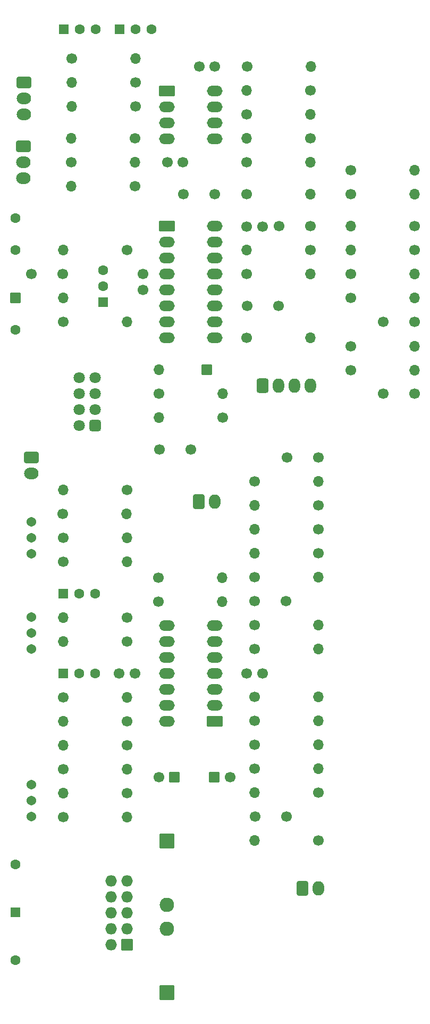
<source format=gbs>
G04 #@! TF.GenerationSoftware,KiCad,Pcbnew,6.0.5-a6ca702e91~116~ubuntu20.04.1*
G04 #@! TF.CreationDate,2022-06-23T09:18:34-04:00*
G04 #@! TF.ProjectId,sidekickvco_b1,73696465-6b69-4636-9b76-636f5f62312e,rev?*
G04 #@! TF.SameCoordinates,Original*
G04 #@! TF.FileFunction,Soldermask,Bot*
G04 #@! TF.FilePolarity,Negative*
%FSLAX46Y46*%
G04 Gerber Fmt 4.6, Leading zero omitted, Abs format (unit mm)*
G04 Created by KiCad (PCBNEW 6.0.5-a6ca702e91~116~ubuntu20.04.1) date 2022-06-23 09:18:34*
%MOMM*%
%LPD*%
G01*
G04 APERTURE LIST*
G04 Aperture macros list*
%AMRoundRect*
0 Rectangle with rounded corners*
0 $1 Rounding radius*
0 $2 $3 $4 $5 $6 $7 $8 $9 X,Y pos of 4 corners*
0 Add a 4 corners polygon primitive as box body*
4,1,4,$2,$3,$4,$5,$6,$7,$8,$9,$2,$3,0*
0 Add four circle primitives for the rounded corners*
1,1,$1+$1,$2,$3*
1,1,$1+$1,$4,$5*
1,1,$1+$1,$6,$7*
1,1,$1+$1,$8,$9*
0 Add four rect primitives between the rounded corners*
20,1,$1+$1,$2,$3,$4,$5,0*
20,1,$1+$1,$4,$5,$6,$7,0*
20,1,$1+$1,$6,$7,$8,$9,0*
20,1,$1+$1,$8,$9,$2,$3,0*%
G04 Aperture macros list end*
%ADD10C,1.700000*%
%ADD11O,1.700000X1.700000*%
%ADD12RoundRect,0.300000X-0.620000X-0.850000X0.620000X-0.850000X0.620000X0.850000X-0.620000X0.850000X0*%
%ADD13O,1.840000X2.300000*%
%ADD14RoundRect,0.300000X-0.850000X0.620000X-0.850000X-0.620000X0.850000X-0.620000X0.850000X0.620000X0*%
%ADD15O,2.300000X1.840000*%
%ADD16RoundRect,0.050000X0.750000X-0.750000X0.750000X0.750000X-0.750000X0.750000X-0.750000X-0.750000X0*%
%ADD17C,1.600000*%
%ADD18RoundRect,0.050000X-0.800000X-0.800000X0.800000X-0.800000X0.800000X0.800000X-0.800000X0.800000X0*%
%ADD19RoundRect,0.050000X1.100000X-1.100000X1.100000X1.100000X-1.100000X1.100000X-1.100000X-1.100000X0*%
%ADD20O,2.300000X2.300000*%
%ADD21RoundRect,0.300000X0.600000X0.600000X-0.600000X0.600000X-0.600000X-0.600000X0.600000X-0.600000X0*%
%ADD22C,1.800000*%
%ADD23RoundRect,0.050000X0.800000X0.800000X-0.800000X0.800000X-0.800000X-0.800000X0.800000X-0.800000X0*%
%ADD24RoundRect,0.300000X-0.620000X-0.845000X0.620000X-0.845000X0.620000X0.845000X-0.620000X0.845000X0*%
%ADD25O,1.840000X2.290000*%
%ADD26C,1.540000*%
%ADD27RoundRect,0.050000X0.863600X0.863600X-0.863600X0.863600X-0.863600X-0.863600X0.863600X-0.863600X0*%
%ADD28O,1.827200X1.827200*%
%ADD29RoundRect,0.050000X1.200000X0.800000X-1.200000X0.800000X-1.200000X-0.800000X1.200000X-0.800000X0*%
%ADD30O,2.500000X1.700000*%
%ADD31RoundRect,0.050000X-1.200000X-0.800000X1.200000X-0.800000X1.200000X0.800000X-1.200000X0.800000X0*%
%ADD32RoundRect,0.050000X0.750000X0.750000X-0.750000X0.750000X-0.750000X-0.750000X0.750000X-0.750000X0*%
%ADD33RoundRect,0.050000X-1.100000X1.100000X-1.100000X-1.100000X1.100000X-1.100000X1.100000X1.100000X0*%
G04 APERTURE END LIST*
D10*
G04 #@! TO.C,C17*
X155190000Y-148660000D03*
X150190000Y-148660000D03*
G04 #@! TD*
G04 #@! TO.C,R48*
X134790000Y-114380000D03*
D11*
X144950000Y-114380000D03*
G04 #@! TD*
D12*
G04 #@! TO.C,J5*
X141220000Y-98495000D03*
D13*
X143760000Y-98495000D03*
G04 #@! TD*
D10*
G04 #@! TO.C,R8*
X120900000Y-44520000D03*
D11*
X131060000Y-44520000D03*
G04 #@! TD*
D10*
G04 #@! TO.C,R21*
X148840000Y-72460000D03*
D11*
X159000000Y-72460000D03*
G04 #@! TD*
D14*
G04 #@! TO.C,J6*
X114540000Y-91510000D03*
D15*
X114540000Y-94050000D03*
G04 #@! TD*
D10*
G04 #@! TO.C,R15*
X148840000Y-62300000D03*
D11*
X159000000Y-62300000D03*
G04 #@! TD*
D10*
G04 #@! TO.C,R19*
X165430000Y-45790000D03*
D11*
X175590000Y-45790000D03*
G04 #@! TD*
D10*
G04 #@! TO.C,R1*
X131140000Y-35630000D03*
D11*
X120980000Y-35630000D03*
G04 #@! TD*
D10*
G04 #@! TO.C,R42*
X129790000Y-144860000D03*
D11*
X119630000Y-144860000D03*
G04 #@! TD*
D10*
G04 #@! TO.C,R22*
X145030000Y-85160000D03*
D11*
X134870000Y-85160000D03*
G04 #@! TD*
D10*
G04 #@! TO.C,R40*
X119630000Y-104220000D03*
D11*
X129790000Y-104220000D03*
G04 #@! TD*
D10*
G04 #@! TO.C,R6*
X150110000Y-95320000D03*
D11*
X160270000Y-95320000D03*
G04 #@! TD*
D10*
G04 #@! TO.C,R34*
X119630000Y-108030000D03*
D11*
X129790000Y-108030000D03*
G04 #@! TD*
D16*
G04 #@! TO.C,U4*
X119710000Y-23290000D03*
D17*
X122250000Y-23290000D03*
X124790000Y-23290000D03*
G04 #@! TD*
D10*
G04 #@! TO.C,R14*
X165430000Y-49600000D03*
D11*
X175590000Y-49600000D03*
G04 #@! TD*
D12*
G04 #@! TO.C,J7*
X157710000Y-160080000D03*
D13*
X160250000Y-160080000D03*
G04 #@! TD*
D10*
G04 #@! TO.C,R38*
X129790000Y-137240000D03*
D11*
X119630000Y-137240000D03*
G04 #@! TD*
D10*
G04 #@! TO.C,R20*
X134870000Y-81350000D03*
D11*
X145030000Y-81350000D03*
G04 #@! TD*
D10*
G04 #@! TO.C,R57*
X129790000Y-96600000D03*
D11*
X119630000Y-96600000D03*
G04 #@! TD*
D18*
G04 #@! TO.C,D2*
X112010000Y-66110000D03*
D11*
X119630000Y-66110000D03*
G04 #@! TD*
D10*
G04 #@! TO.C,C4*
X160270000Y-91510000D03*
X155270000Y-91510000D03*
G04 #@! TD*
D16*
G04 #@! TO.C,Q2*
X119630000Y-113110000D03*
D17*
X122170000Y-113110000D03*
X124710000Y-113110000D03*
G04 #@! TD*
D10*
G04 #@! TO.C,R53*
X160260000Y-106750000D03*
D11*
X150100000Y-106750000D03*
G04 #@! TD*
D10*
G04 #@! TO.C,R56*
X150100000Y-110560000D03*
D11*
X160260000Y-110560000D03*
G04 #@! TD*
D10*
G04 #@! TO.C,R28*
X175590000Y-54680000D03*
D11*
X165430000Y-54680000D03*
G04 #@! TD*
D10*
G04 #@! TO.C,R5*
X129790000Y-58490000D03*
D11*
X119630000Y-58490000D03*
G04 #@! TD*
D19*
G04 #@! TO.C,D4*
X136140000Y-176610000D03*
D20*
X136140000Y-166450000D03*
G04 #@! TD*
D21*
G04 #@! TO.C,J1*
X124710000Y-86430000D03*
D22*
X122170000Y-86430000D03*
X124710000Y-83890000D03*
X122170000Y-83890000D03*
X124710000Y-81350000D03*
X122170000Y-81350000D03*
X124710000Y-78810000D03*
X122170000Y-78810000D03*
G04 #@! TD*
D10*
G04 #@! TO.C,R45*
X150100000Y-121990000D03*
D11*
X160260000Y-121990000D03*
G04 #@! TD*
D10*
G04 #@! TO.C,C2*
X143750000Y-29280000D03*
X141250000Y-29280000D03*
G04 #@! TD*
G04 #@! TO.C,R18*
X165430000Y-62300000D03*
D11*
X175590000Y-62300000D03*
G04 #@! TD*
D10*
G04 #@! TO.C,R27*
X148840000Y-36900000D03*
D11*
X159000000Y-36900000D03*
G04 #@! TD*
D23*
G04 #@! TO.C,D1*
X142490000Y-77540000D03*
D11*
X134870000Y-77540000D03*
G04 #@! TD*
D10*
G04 #@! TO.C,C6*
X148840000Y-54690000D03*
X151340000Y-54690000D03*
G04 #@! TD*
G04 #@! TO.C,R51*
X134790000Y-110570000D03*
D11*
X144950000Y-110570000D03*
G04 #@! TD*
D10*
G04 #@! TO.C,C1*
X132330000Y-62300000D03*
X132330000Y-64800000D03*
G04 #@! TD*
G04 #@! TO.C,R59*
X160260000Y-102940000D03*
D11*
X150100000Y-102940000D03*
G04 #@! TD*
D10*
G04 #@! TO.C,R49*
X150100000Y-137230000D03*
D11*
X160260000Y-137230000D03*
G04 #@! TD*
D24*
G04 #@! TO.C,J4*
X151380000Y-80080000D03*
D25*
X153920000Y-80080000D03*
X156460000Y-80080000D03*
X159000000Y-80080000D03*
G04 #@! TD*
D16*
G04 #@! TO.C,Q1*
X119630000Y-125810000D03*
D17*
X122170000Y-125810000D03*
X124710000Y-125810000D03*
G04 #@! TD*
D14*
G04 #@! TO.C,J3*
X113340000Y-31820000D03*
D15*
X113340000Y-34360000D03*
X113340000Y-36900000D03*
G04 #@! TD*
D10*
G04 #@! TO.C,R23*
X148920000Y-29280000D03*
D11*
X159080000Y-29280000D03*
G04 #@! TD*
D10*
G04 #@! TO.C,C18*
X150100000Y-114370000D03*
X155100000Y-114370000D03*
G04 #@! TD*
G04 #@! TO.C,R50*
X160260000Y-99130000D03*
D11*
X150100000Y-99130000D03*
G04 #@! TD*
D10*
G04 #@! TO.C,R12*
X165430000Y-77550000D03*
D11*
X175590000Y-77550000D03*
G04 #@! TD*
D10*
G04 #@! TO.C,C10*
X175560000Y-69920000D03*
X170560000Y-69920000D03*
G04 #@! TD*
G04 #@! TO.C,R24*
X120980000Y-28010000D03*
D11*
X131140000Y-28010000D03*
G04 #@! TD*
D18*
G04 #@! TO.C,C13*
X143680000Y-142320000D03*
D10*
X146180000Y-142320000D03*
G04 #@! TD*
G04 #@! TO.C,R9*
X165430000Y-66110000D03*
D11*
X175590000Y-66110000D03*
G04 #@! TD*
D10*
G04 #@! TO.C,C12*
X114550000Y-62300000D03*
X119550000Y-62300000D03*
G04 #@! TD*
D26*
G04 #@! TO.C,RV7*
X114540000Y-121990000D03*
X114540000Y-119450000D03*
X114540000Y-116910000D03*
G04 #@! TD*
D27*
G04 #@! TO.C,J20*
X129790000Y-168990000D03*
D28*
X127250000Y-168990000D03*
X129790000Y-166450000D03*
X127250000Y-166450000D03*
X129790000Y-163910000D03*
X127250000Y-163910000D03*
X129790000Y-161370000D03*
X127250000Y-161370000D03*
X129790000Y-158830000D03*
X127250000Y-158830000D03*
G04 #@! TD*
D10*
G04 #@! TO.C,R36*
X129790000Y-133430000D03*
D11*
X119630000Y-133430000D03*
G04 #@! TD*
D10*
G04 #@! TO.C,R58*
X160260000Y-152470000D03*
D11*
X150100000Y-152470000D03*
G04 #@! TD*
D29*
G04 #@! TO.C,U6*
X143760000Y-133430000D03*
D30*
X143760000Y-130890000D03*
X143760000Y-128350000D03*
X143760000Y-125810000D03*
X143760000Y-123270000D03*
X143760000Y-120730000D03*
X143760000Y-118190000D03*
X136140000Y-118190000D03*
X136140000Y-120730000D03*
X136140000Y-123270000D03*
X136140000Y-125810000D03*
X136140000Y-128350000D03*
X136140000Y-130890000D03*
X136140000Y-133430000D03*
G04 #@! TD*
D26*
G04 #@! TO.C,RV6*
X114540000Y-106760000D03*
X114540000Y-104220000D03*
X114540000Y-101680000D03*
G04 #@! TD*
D14*
G04 #@! TO.C,J2*
X113280000Y-41980000D03*
D15*
X113280000Y-44520000D03*
X113280000Y-47060000D03*
G04 #@! TD*
D10*
G04 #@! TO.C,R37*
X129790000Y-116920000D03*
D11*
X119630000Y-116920000D03*
G04 #@! TD*
D10*
G04 #@! TO.C,R47*
X150100000Y-118180000D03*
D11*
X160260000Y-118180000D03*
G04 #@! TD*
D10*
G04 #@! TO.C,R46*
X150100000Y-133420000D03*
D11*
X160260000Y-133420000D03*
G04 #@! TD*
D10*
G04 #@! TO.C,C7*
X139910000Y-90240000D03*
X134910000Y-90240000D03*
G04 #@! TD*
G04 #@! TO.C,C5*
X143720000Y-49600000D03*
X138720000Y-49600000D03*
G04 #@! TD*
G04 #@! TO.C,C15*
X148840000Y-125810000D03*
X151340000Y-125810000D03*
G04 #@! TD*
G04 #@! TO.C,R54*
X119550000Y-100410000D03*
D11*
X129710000Y-100410000D03*
G04 #@! TD*
D10*
G04 #@! TO.C,R43*
X119630000Y-148670000D03*
D11*
X129790000Y-148670000D03*
G04 #@! TD*
D31*
G04 #@! TO.C,U2*
X136150000Y-54680000D03*
D30*
X136150000Y-57220000D03*
X136150000Y-59760000D03*
X136150000Y-62300000D03*
X136150000Y-64840000D03*
X136150000Y-67380000D03*
X136150000Y-69920000D03*
X136150000Y-72460000D03*
X143770000Y-72460000D03*
X143770000Y-69920000D03*
X143770000Y-67380000D03*
X143770000Y-64840000D03*
X143770000Y-62300000D03*
X143770000Y-59760000D03*
X143770000Y-57220000D03*
X143770000Y-54680000D03*
G04 #@! TD*
D10*
G04 #@! TO.C,R35*
X119630000Y-129620000D03*
D11*
X129790000Y-129620000D03*
G04 #@! TD*
D10*
G04 #@! TO.C,C11*
X175590000Y-81350000D03*
X170590000Y-81350000D03*
G04 #@! TD*
D16*
G04 #@! TO.C,U3*
X128600000Y-23290000D03*
D17*
X131140000Y-23290000D03*
X133680000Y-23290000D03*
G04 #@! TD*
D26*
G04 #@! TO.C,RV8*
X114540000Y-148660000D03*
X114540000Y-146120000D03*
X114540000Y-143580000D03*
G04 #@! TD*
D10*
G04 #@! TO.C,R17*
X165430000Y-73740000D03*
D11*
X175590000Y-73740000D03*
G04 #@! TD*
D10*
G04 #@! TO.C,C16*
X128520000Y-125810000D03*
X131020000Y-125810000D03*
G04 #@! TD*
G04 #@! TO.C,R3*
X119630000Y-69920000D03*
D11*
X129790000Y-69920000D03*
G04 #@! TD*
D10*
G04 #@! TO.C,R16*
X175590000Y-58490000D03*
D11*
X165430000Y-58490000D03*
G04 #@! TD*
D10*
G04 #@! TO.C,R55*
X160260000Y-144850000D03*
D11*
X150100000Y-144850000D03*
G04 #@! TD*
D10*
G04 #@! TO.C,R4*
X148840000Y-49600000D03*
D11*
X159000000Y-49600000D03*
G04 #@! TD*
D10*
G04 #@! TO.C,R11*
X131060000Y-40710000D03*
D11*
X120900000Y-40710000D03*
G04 #@! TD*
D23*
G04 #@! TO.C,C14*
X137330000Y-142320000D03*
D10*
X134830000Y-142320000D03*
G04 #@! TD*
D32*
G04 #@! TO.C,U5*
X125980000Y-66745000D03*
D17*
X125980000Y-64205000D03*
X125980000Y-61665000D03*
G04 #@! TD*
D10*
G04 #@! TO.C,R52*
X150100000Y-141040000D03*
D11*
X160260000Y-141040000D03*
G04 #@! TD*
D10*
G04 #@! TO.C,R25*
X159000000Y-40710000D03*
D11*
X148840000Y-40710000D03*
G04 #@! TD*
D10*
G04 #@! TO.C,R10*
X131060000Y-48330000D03*
D11*
X120900000Y-48330000D03*
G04 #@! TD*
D10*
G04 #@! TO.C,R39*
X129790000Y-120730000D03*
D11*
X119630000Y-120730000D03*
G04 #@! TD*
D10*
G04 #@! TO.C,R2*
X131140000Y-31820000D03*
D11*
X120980000Y-31820000D03*
G04 #@! TD*
D10*
G04 #@! TO.C,C3*
X138680000Y-44520000D03*
X136180000Y-44520000D03*
G04 #@! TD*
G04 #@! TO.C,R26*
X148840000Y-44520000D03*
D11*
X159000000Y-44520000D03*
G04 #@! TD*
D10*
G04 #@! TO.C,R29*
X159000000Y-33090000D03*
D11*
X148840000Y-33090000D03*
G04 #@! TD*
D10*
G04 #@! TO.C,R41*
X119630000Y-141050000D03*
D11*
X129790000Y-141050000D03*
G04 #@! TD*
D10*
G04 #@! TO.C,C8*
X159000000Y-54680000D03*
X154000000Y-54680000D03*
G04 #@! TD*
G04 #@! TO.C,R44*
X150100000Y-129610000D03*
D11*
X160260000Y-129610000D03*
G04 #@! TD*
D31*
G04 #@! TO.C,U1*
X136140000Y-33100000D03*
D30*
X136140000Y-35640000D03*
X136140000Y-38180000D03*
X136140000Y-40720000D03*
X143760000Y-40720000D03*
X143760000Y-38180000D03*
X143760000Y-35640000D03*
X143760000Y-33100000D03*
G04 #@! TD*
D10*
G04 #@! TO.C,R13*
X159000000Y-58490000D03*
D11*
X148840000Y-58490000D03*
G04 #@! TD*
D10*
G04 #@! TO.C,C9*
X153920000Y-67380000D03*
X148920000Y-67380000D03*
G04 #@! TD*
D33*
G04 #@! TO.C,D3*
X136140000Y-152480000D03*
D20*
X136140000Y-162640000D03*
G04 #@! TD*
D17*
G04 #@! TO.C,TP5*
X112000000Y-171520000D03*
G04 #@! TD*
D16*
G04 #@! TO.C,TP6*
X112000000Y-163900000D03*
G04 #@! TD*
D17*
G04 #@! TO.C,TP2*
X112010000Y-53410000D03*
G04 #@! TD*
G04 #@! TO.C,TP4*
X112000000Y-156280000D03*
G04 #@! TD*
G04 #@! TO.C,TP1*
X112010000Y-58490000D03*
G04 #@! TD*
G04 #@! TO.C,TP3*
X112010000Y-71190000D03*
G04 #@! TD*
M02*

</source>
